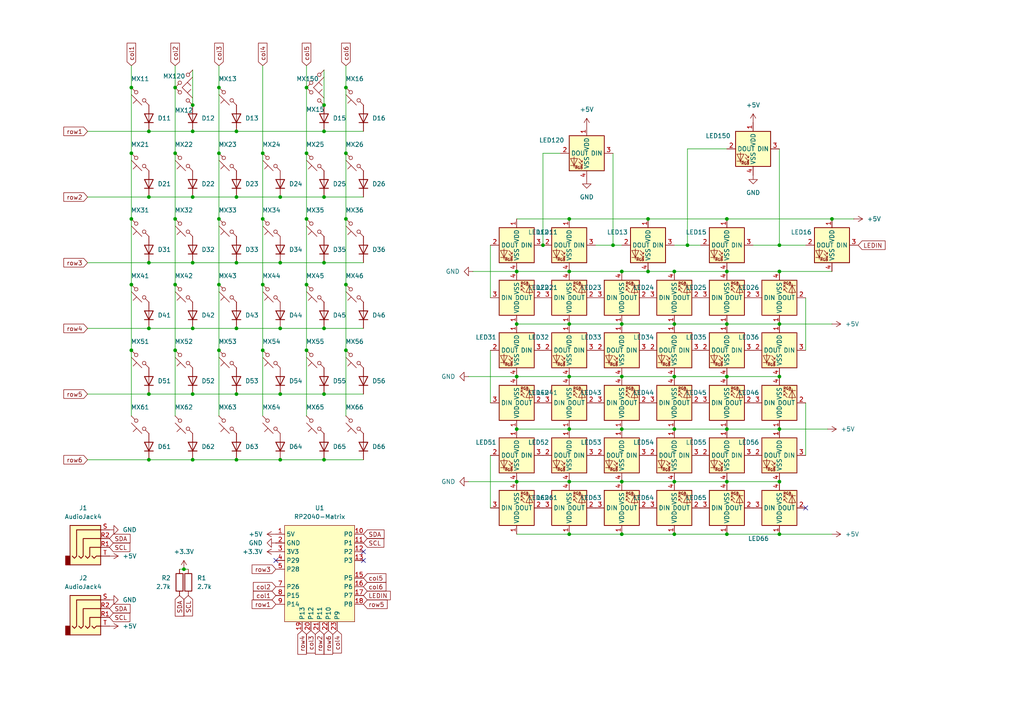
<source format=kicad_sch>
(kicad_sch (version 20231120) (generator "eeschema") (generator_version "8.0")
  (paper "A4")
  (junction (at 195.58 109.22))
  (junction (at 81.28 95.25))
  (junction (at 63.5 44.45))
  (junction (at 81.28 57.15))
  (junction (at 149.86 124.46))
  (junction (at 195.58 124.46))
  (junction (at 55.88 133.35))
  (junction (at 100.33 101.6))
  (junction (at 210.82 109.22))
  (junction (at 50.8 44.45))
  (junction (at 76.2 101.6))
  (junction (at 226.06 78.74))
  (junction (at 180.34 109.22))
  (junction (at 100.33 25.4))
  (junction (at 68.58 76.2))
  (junction (at 92.71 236.22))
  (junction (at 63.5 63.5))
  (junction (at 149.86 139.7))
  (junction (at 180.34 124.46))
  (junction (at 81.28 133.35))
  (junction (at 50.8 25.4))
  (junction (at 38.1 44.45))
  (junction (at 73.66 236.22))
  (junction (at 149.86 78.74))
  (junction (at 165.1 139.7))
  (junction (at 165.1 109.22))
  (junction (at 226.06 124.46))
  (junction (at 43.18 76.2))
  (junction (at 55.88 30.48))
  (junction (at 149.86 109.22))
  (junction (at 226.06 154.94))
  (junction (at 68.58 95.25))
  (junction (at 43.18 95.25))
  (junction (at 55.88 114.3))
  (junction (at 63.5 25.4))
  (junction (at 180.34 154.94))
  (junction (at 165.1 124.46))
  (junction (at 195.58 78.74))
  (junction (at 93.98 57.15))
  (junction (at 165.1 93.98))
  (junction (at 88.9 82.55))
  (junction (at 195.58 139.7))
  (junction (at 88.9 25.4))
  (junction (at 88.9 44.45))
  (junction (at 43.18 114.3))
  (junction (at 50.8 101.6))
  (junction (at 43.18 57.15))
  (junction (at 187.96 63.5))
  (junction (at 76.2 44.45))
  (junction (at 68.58 133.35))
  (junction (at 100.33 82.55))
  (junction (at 68.58 38.1))
  (junction (at 210.82 78.74))
  (junction (at 226.06 71.12))
  (junction (at 99.06 236.22))
  (junction (at 165.1 63.5))
  (junction (at 55.88 76.2))
  (junction (at 93.98 30.48))
  (junction (at 180.34 93.98))
  (junction (at 68.58 57.15))
  (junction (at 55.88 38.1))
  (junction (at 93.98 95.25))
  (junction (at 76.2 63.5))
  (junction (at 81.28 76.2))
  (junction (at 100.33 44.45))
  (junction (at 43.18 133.35))
  (junction (at 210.82 139.7))
  (junction (at 210.82 154.94))
  (junction (at 63.5 101.6))
  (junction (at 93.98 38.1))
  (junction (at 38.1 63.5))
  (junction (at 195.58 93.98))
  (junction (at 86.36 236.22))
  (junction (at 80.01 236.22))
  (junction (at 149.86 93.98))
  (junction (at 53.34 165.1))
  (junction (at 38.1 25.4))
  (junction (at 177.8 71.12))
  (junction (at 88.9 101.6))
  (junction (at 226.06 93.98))
  (junction (at 43.18 38.1))
  (junction (at 76.2 82.55))
  (junction (at 93.98 76.2))
  (junction (at 195.58 154.94))
  (junction (at 81.28 114.3))
  (junction (at 93.98 114.3))
  (junction (at 180.34 139.7))
  (junction (at 157.48 71.12))
  (junction (at 165.1 154.94))
  (junction (at 50.8 82.55))
  (junction (at 241.3 63.5))
  (junction (at 55.88 95.25))
  (junction (at 93.98 133.35))
  (junction (at 187.96 78.74))
  (junction (at 226.06 109.22))
  (junction (at 38.1 101.6))
  (junction (at 55.88 57.15))
  (junction (at 210.82 63.5))
  (junction (at 68.58 114.3))
  (junction (at 63.5 82.55))
  (junction (at 38.1 82.55))
  (junction (at 100.33 63.5))
  (junction (at 226.06 139.7))
  (junction (at 210.82 124.46))
  (junction (at 180.34 78.74))
  (junction (at 210.82 93.98))
  (junction (at 88.9 63.5))
  (junction (at 199.39 71.12))
  (junction (at 165.1 78.74))
  (junction (at 50.8 63.5))
  (no_connect (at 105.41 162.56))
  (no_connect (at 233.68 147.32))
  (no_connect (at 80.01 162.56))
  (no_connect (at 105.41 160.02))
  (wire (pts (xy 199.39 71.12) (xy 203.2 71.12)))
  (wire (pts (xy 210.82 93.98) (xy 226.06 93.98)))
  (wire (pts (xy 73.66 236.22) (xy 80.01 236.22)))
  (wire (pts (xy 195.58 78.74) (xy 210.82 78.74)))
  (wire (pts (xy 63.5 82.55) (xy 63.5 101.6)))
  (wire (pts (xy 50.8 82.55) (xy 50.8 101.6)))
  (wire (pts (xy 157.48 44.45) (xy 157.48 71.12)))
  (wire (pts (xy 210.82 154.94) (xy 226.06 154.94)))
  (wire (pts (xy 99.06 236.22) (xy 105.41 236.22)))
  (wire (pts (xy 195.58 71.12) (xy 199.39 71.12)))
  (wire (pts (xy 165.1 124.46) (xy 180.34 124.46)))
  (wire (pts (xy 43.18 38.1) (xy 55.88 38.1)))
  (wire (pts (xy 180.34 139.7) (xy 195.58 139.7)))
  (wire (pts (xy 210.82 78.74) (xy 226.06 78.74)))
  (wire (pts (xy 38.1 44.45) (xy 38.1 63.5)))
  (wire (pts (xy 52.07 165.1) (xy 53.34 165.1)))
  (wire (pts (xy 88.9 44.45) (xy 88.9 63.5)))
  (wire (pts (xy 88.9 82.55) (xy 88.9 101.6)))
  (wire (pts (xy 210.82 109.22) (xy 226.06 109.22)))
  (wire (pts (xy 135.89 109.22) (xy 149.86 109.22)))
  (wire (pts (xy 63.5 101.6) (xy 63.5 120.65)))
  (wire (pts (xy 38.1 82.55) (xy 38.1 101.6)))
  (wire (pts (xy 241.3 154.94) (xy 226.06 154.94)))
  (wire (pts (xy 81.28 76.2) (xy 93.98 76.2)))
  (wire (pts (xy 172.72 71.12) (xy 177.8 71.12)))
  (wire (pts (xy 135.89 139.7) (xy 149.86 139.7)))
  (wire (pts (xy 55.88 20.32) (xy 55.88 30.48)))
  (wire (pts (xy 226.06 78.74) (xy 241.3 78.74)))
  (wire (pts (xy 81.28 114.3) (xy 93.98 114.3)))
  (wire (pts (xy 177.8 71.12) (xy 180.34 71.12)))
  (wire (pts (xy 180.34 93.98) (xy 195.58 93.98)))
  (wire (pts (xy 81.28 57.15) (xy 93.98 57.15)))
  (wire (pts (xy 149.86 154.94) (xy 165.1 154.94)))
  (wire (pts (xy 25.4 76.2) (xy 43.18 76.2)))
  (wire (pts (xy 68.58 57.15) (xy 81.28 57.15)))
  (wire (pts (xy 165.1 109.22) (xy 180.34 109.22)))
  (wire (pts (xy 218.44 71.12) (xy 226.06 71.12)))
  (wire (pts (xy 195.58 109.22) (xy 210.82 109.22)))
  (wire (pts (xy 195.58 93.98) (xy 210.82 93.98)))
  (wire (pts (xy 63.5 25.4) (xy 63.5 44.45)))
  (wire (pts (xy 38.1 25.4) (xy 38.1 44.45)))
  (wire (pts (xy 88.9 25.4) (xy 88.9 44.45)))
  (wire (pts (xy 180.34 154.94) (xy 195.58 154.94)))
  (wire (pts (xy 76.2 101.6) (xy 76.2 120.65)))
  (wire (pts (xy 165.1 139.7) (xy 180.34 139.7)))
  (wire (pts (xy 210.82 124.46) (xy 226.06 124.46)))
  (wire (pts (xy 149.86 109.22) (xy 165.1 109.22)))
  (wire (pts (xy 165.1 154.94) (xy 180.34 154.94)))
  (wire (pts (xy 50.8 63.5) (xy 50.8 82.55)))
  (wire (pts (xy 80.01 236.22) (xy 86.36 236.22)))
  (wire (pts (xy 137.16 78.74) (xy 149.86 78.74)))
  (wire (pts (xy 76.2 63.5) (xy 76.2 82.55)))
  (wire (pts (xy 38.1 19.05) (xy 38.1 25.4)))
  (wire (pts (xy 93.98 76.2) (xy 105.41 76.2)))
  (wire (pts (xy 93.98 95.25) (xy 105.41 95.25)))
  (wire (pts (xy 165.1 78.74) (xy 180.34 78.74)))
  (wire (pts (xy 25.4 38.1) (xy 43.18 38.1)))
  (wire (pts (xy 63.5 19.05) (xy 63.5 25.4)))
  (wire (pts (xy 226.06 71.12) (xy 233.68 71.12)))
  (wire (pts (xy 43.18 57.15) (xy 55.88 57.15)))
  (wire (pts (xy 100.33 82.55) (xy 100.33 101.6)))
  (wire (pts (xy 76.2 44.45) (xy 76.2 63.5)))
  (wire (pts (xy 81.28 133.35) (xy 93.98 133.35)))
  (wire (pts (xy 55.88 133.35) (xy 68.58 133.35)))
  (wire (pts (xy 50.8 101.6) (xy 50.8 120.65)))
  (wire (pts (xy 88.9 63.5) (xy 88.9 82.55)))
  (wire (pts (xy 241.3 93.98) (xy 226.06 93.98)))
  (wire (pts (xy 226.06 43.18) (xy 226.06 71.12)))
  (wire (pts (xy 25.4 57.15) (xy 43.18 57.15)))
  (wire (pts (xy 149.86 78.74) (xy 165.1 78.74)))
  (wire (pts (xy 142.24 132.08) (xy 142.24 147.32)))
  (wire (pts (xy 149.86 93.98) (xy 165.1 93.98)))
  (wire (pts (xy 55.88 114.3) (xy 68.58 114.3)))
  (wire (pts (xy 199.39 43.18) (xy 199.39 71.12)))
  (wire (pts (xy 25.4 95.25) (xy 43.18 95.25)))
  (wire (pts (xy 50.8 44.45) (xy 50.8 63.5)))
  (wire (pts (xy 165.1 63.5) (xy 187.96 63.5)))
  (wire (pts (xy 180.34 124.46) (xy 195.58 124.46)))
  (wire (pts (xy 100.33 44.45) (xy 100.33 63.5)))
  (wire (pts (xy 55.88 76.2) (xy 68.58 76.2)))
  (wire (pts (xy 149.86 124.46) (xy 165.1 124.46)))
  (wire (pts (xy 63.5 63.5) (xy 63.5 82.55)))
  (wire (pts (xy 195.58 154.94) (xy 210.82 154.94)))
  (wire (pts (xy 55.88 38.1) (xy 68.58 38.1)))
  (wire (pts (xy 68.58 133.35) (xy 81.28 133.35)))
  (wire (pts (xy 195.58 139.7) (xy 210.82 139.7)))
  (wire (pts (xy 210.82 139.7) (xy 226.06 139.7)))
  (wire (pts (xy 100.33 63.5) (xy 100.33 82.55)))
  (wire (pts (xy 195.58 124.46) (xy 210.82 124.46)))
  (wire (pts (xy 76.2 19.05) (xy 76.2 44.45)))
  (wire (pts (xy 25.4 114.3) (xy 43.18 114.3)))
  (wire (pts (xy 240.03 124.46) (xy 226.06 124.46)))
  (wire (pts (xy 93.98 114.3) (xy 105.41 114.3)))
  (wire (pts (xy 210.82 63.5) (xy 241.3 63.5)))
  (wire (pts (xy 142.24 101.6) (xy 142.24 116.84)))
  (wire (pts (xy 68.58 76.2) (xy 81.28 76.2)))
  (wire (pts (xy 100.33 25.4) (xy 100.33 44.45)))
  (wire (pts (xy 86.36 236.22) (xy 92.71 236.22)))
  (wire (pts (xy 100.33 101.6) (xy 100.33 120.65)))
  (wire (pts (xy 43.18 114.3) (xy 55.88 114.3)))
  (wire (pts (xy 53.34 165.1) (xy 54.61 165.1)))
  (wire (pts (xy 55.88 95.25) (xy 68.58 95.25)))
  (wire (pts (xy 68.58 95.25) (xy 81.28 95.25)))
  (wire (pts (xy 162.56 44.45) (xy 157.48 44.45)))
  (wire (pts (xy 68.58 114.3) (xy 81.28 114.3)))
  (wire (pts (xy 93.98 133.35) (xy 105.41 133.35)))
  (wire (pts (xy 38.1 101.6) (xy 38.1 120.65)))
  (wire (pts (xy 93.98 38.1) (xy 105.41 38.1)))
  (wire (pts (xy 43.18 133.35) (xy 55.88 133.35)))
  (wire (pts (xy 142.24 71.12) (xy 142.24 86.36)))
  (wire (pts (xy 247.65 63.5) (xy 241.3 63.5)))
  (wire (pts (xy 76.2 82.55) (xy 76.2 101.6)))
  (wire (pts (xy 50.8 25.4) (xy 50.8 44.45)))
  (wire (pts (xy 68.58 38.1) (xy 93.98 38.1)))
  (wire (pts (xy 187.96 78.74) (xy 195.58 78.74)))
  (wire (pts (xy 50.8 19.05) (xy 50.8 25.4)))
  (wire (pts (xy 68.58 236.22) (xy 73.66 236.22)))
  (wire (pts (xy 149.86 63.5) (xy 165.1 63.5)))
  (wire (pts (xy 88.9 101.6) (xy 88.9 120.65)))
  (wire (pts (xy 180.34 109.22) (xy 195.58 109.22)))
  (wire (pts (xy 93.98 20.32) (xy 93.98 30.48)))
  (wire (pts (xy 38.1 63.5) (xy 38.1 82.55)))
  (wire (pts (xy 180.34 78.74) (xy 187.96 78.74)))
  (wire (pts (xy 165.1 93.98) (xy 180.34 93.98)))
  (wire (pts (xy 88.9 19.05) (xy 88.9 25.4)))
  (wire (pts (xy 149.86 139.7) (xy 165.1 139.7)))
  (wire (pts (xy 233.68 86.36) (xy 233.68 101.6)))
  (wire (pts (xy 210.82 43.18) (xy 199.39 43.18)))
  (wire (pts (xy 233.68 116.84) (xy 233.68 132.08)))
  (wire (pts (xy 92.71 236.22) (xy 99.06 236.22)))
  (wire (pts (xy 43.18 95.25) (xy 55.88 95.25)))
  (wire (pts (xy 43.18 76.2) (xy 55.88 76.2)))
  (wire (pts (xy 100.33 19.05) (xy 100.33 25.4)))
  (wire (pts (xy 63.5 44.45) (xy 63.5 63.5)))
  (wire (pts (xy 81.28 95.25) (xy 93.98 95.25)))
  (wire (pts (xy 25.4 133.35) (xy 43.18 133.35)))
  (wire (pts (xy 93.98 57.15) (xy 105.41 57.15)))
  (wire (pts (xy 55.88 57.15) (xy 68.58 57.15)))
  (wire (pts (xy 187.96 63.5) (xy 210.82 63.5)))
  (wire (pts (xy 177.8 44.45) (xy 177.8 71.12)))
  (global_label "LEDIN" (shape input) (at 105.41 172.72 0) (property "Intersheetrefs" "${INTERSHEET_REFS}" (effects (hide yes))))
  (global_label "SCL" (shape input) (at 105.41 157.48 0) (property "Intersheetrefs" "${INTERSHEET_REFS}" (effects (hide yes))))
  (global_label "row3" (shape input) (at 25.4 76.2 180) (property "Intersheetrefs" "${INTERSHEET_REFS}" (effects (hide yes))))
  (global_label "col2" (shape input) (at 80.01 170.18 180) (property "Intersheetrefs" "${INTERSHEET_REFS}" (effects (hide yes))))
  (global_label "SDA" (shape input) (at 31.75 176.53 0) (property "Intersheetrefs" "${INTERSHEET_REFS}" (effects (hide yes))))
  (global_label "row4" (shape input) (at 25.4 95.25 180) (property "Intersheetrefs" "${INTERSHEET_REFS}" (effects (hide yes))))
  (global_label "SDA" (shape input) (at 52.07 172.72 270) (property "Intersheetrefs" "${INTERSHEET_REFS}" (effects (hide yes))))
  (global_label "col2" (shape input) (at 50.8 19.05 90) (property "Intersheetrefs" "${INTERSHEET_REFS}" (effects (hide yes))))
  (global_label "LEDIN" (shape input) (at 248.92 71.12 0) (property "Intersheetrefs" "${INTERSHEET_REFS}" (effects (hide yes))))
  (global_label "col6" (shape input) (at 105.41 170.18 0) (property "Intersheetrefs" "${INTERSHEET_REFS}" (effects (hide yes))))
  (global_label "col6" (shape input) (at 100.33 19.05 90) (property "Intersheetrefs" "${INTERSHEET_REFS}" (effects (hide yes))))
  (global_label "SCL" (shape input) (at 31.75 179.07 0) (property "Intersheetrefs" "${INTERSHEET_REFS}" (effects (hide yes))))
  (global_label "col4" (shape input) (at 76.2 19.05 90) (property "Intersheetrefs" "${INTERSHEET_REFS}" (effects (hide yes))))
  (global_label "row5" (shape input) (at 25.4 114.3 180) (property "Intersheetrefs" "${INTERSHEET_REFS}" (effects (hide yes))))
  (global_label "row2" (shape input) (at 92.71 182.88 270) (property "Intersheetrefs" "${INTERSHEET_REFS}" (effects (hide yes))))
  (global_label "row6" (shape input) (at 95.25 182.88 270) (property "Intersheetrefs" "${INTERSHEET_REFS}" (effects (hide yes))))
  (global_label "row1" (shape input) (at 80.01 175.26 180) (property "Intersheetrefs" "${INTERSHEET_REFS}" (effects (hide yes))))
  (global_label "row3" (shape input) (at 80.01 165.1 180) (property "Intersheetrefs" "${INTERSHEET_REFS}" (effects (hide yes))))
  (global_label "row2" (shape input) (at 25.4 57.15 180) (property "Intersheetrefs" "${INTERSHEET_REFS}" (effects (hide yes))))
  (global_label "SCL" (shape input) (at 54.61 172.72 270) (property "Intersheetrefs" "${INTERSHEET_REFS}" (effects (hide yes))))
  (global_label "col3" (shape input) (at 90.17 182.88 270) (property "Intersheetrefs" "${INTERSHEET_REFS}" (effects (hide yes))))
  (global_label "row1" (shape input) (at 25.4 38.1 180) (property "Intersheetrefs" "${INTERSHEET_REFS}" (effects (hide yes))))
  (global_label "col3" (shape input) (at 63.5 19.05 90) (property "Intersheetrefs" "${INTERSHEET_REFS}" (effects (hide yes))))
  (global_label "col5" (shape input) (at 88.9 19.05 90) (property "Intersheetrefs" "${INTERSHEET_REFS}" (effects (hide yes))))
  (global_label "col1" (shape input) (at 80.01 172.72 180) (property "Intersheetrefs" "${INTERSHEET_REFS}" (effects (hide yes))))
  (global_label "row4" (shape input) (at 87.63 182.88 270) (property "Intersheetrefs" "${INTERSHEET_REFS}" (effects (hide yes))))
  (global_label "row6" (shape input) (at 25.4 133.35 180) (property "Intersheetrefs" "${INTERSHEET_REFS}" (effects (hide yes))))
  (global_label "SCL" (shape input) (at 31.75 158.75 0) (property "Intersheetrefs" "${INTERSHEET_REFS}" (effects (hide yes))))
  (global_label "SDA" (shape input) (at 31.75 156.21 0) (property "Intersheetrefs" "${INTERSHEET_REFS}" (effects (hide yes))))
  (global_label "col1" (shape input) (at 38.1 19.05 90) (property "Intersheetrefs" "${INTERSHEET_REFS}" (effects (hide yes))))
  (global_label "SDA" (shape input) (at 105.41 154.94 0) (property "Intersheetrefs" "${INTERSHEET_REFS}" (effects (hide yes))))
  (global_label "row5" (shape input) (at 105.41 175.26 0) (property "Intersheetrefs" "${INTERSHEET_REFS}" (effects (hide yes))))
  (global_label "col5" (shape input) (at 105.41 167.64 0) (property "Intersheetrefs" "${INTERSHEET_REFS}" (effects (hide yes))))
  (global_label "col4" (shape input) (at 97.79 182.88 270) (property "Intersheetrefs" "${INTERSHEET_REFS}" (effects (hide yes))))
  (symbol (lib_id "Device:D") (at 93.98 53.34 90) (unit 1)
    (property "Reference" "D25" (at 96.52 53.3399 90) (effects (justify right)))
    (property "Value" "D" (effects (hide yes)))
    (property "Footprint" "custom:Hybrid Diode" (effects (hide yes)))
    (property "Sim.Device" "D" (effects (hide yes)))
    (property "Sim.Pins" "1=K 2=A" (effects (hide yes)))
  )
  (symbol (lib_id "PCM_marbastlib-mx:MX_SW_HS_CPG151101S11") (at 40.64 123.19 180) (unit 1)
    (property "Reference" "MX61" (at 40.64 118.11 0))
    (property "Value" "MX_SW_HS" (effects (hide yes)))
    (property "Footprint" "customBuckwich:SW_MX_HS_CPG151101S11_1u_no-silk" (effects (hide yes)))
    (property "Description" "Push button switch, normally open, two pins, 45° tilted, Kailh CPG151101S11 for Cherry MX style switches" (effects (hide yes)))
  )
  (symbol (lib_id "PCM_marbastlib-mx:MX_SK6812MINI-E") (at 226.06 132.08 0) (mirror y) (unit 1)
    (property "Reference" "LED56" (at 217.17 128.3014 0))
    (property "Value" "MX_SK6812MINI-E" (effects (hide yes)))
    (property "Footprint" "custom:LED_MX_6028R-ROT" (effects (hide yes)))
  )
  (symbol (lib_id "power:+5V") (at 80.01 154.94 90) (unit 1)
    (property "Reference" "#PWR013" (effects (hide yes)))
    (property "Value" "+5V" (at 76.2 154.9399 90) (effects (justify left)))
    (property "Description" "Power symbol creates a global label with name \"+5V\"" (effects (hide yes)))
  )
  (symbol (lib_id "Device:D") (at 81.28 91.44 90) (unit 1)
    (property "Reference" "D44" (at 83.82 91.4399 90) (effects (justify right)))
    (property "Value" "D" (effects (hide yes)))
    (property "Footprint" "custom:Hybrid Diode" (effects (hide yes)))
    (property "Sim.Device" "D" (effects (hide yes)))
    (property "Sim.Pins" "1=K 2=A" (effects (hide yes)))
  )
  (symbol (lib_id "PCM_marbastlib-mx:MX_SW_HS_CPG151101S11") (at 66.04 66.04 180) (unit 1)
    (property "Reference" "MX33" (at 66.04 60.96 0))
    (property "Value" "MX_SW_HS" (effects (hide yes)))
    (property "Footprint" "customBuckwich:SW_MX_HS_CPG151101S11_1u_no-silk" (effects (hide yes)))
    (property "Description" "Push button switch, normally open, two pins, 45° tilted, Kailh CPG151101S11 for Cherry MX style switches" (effects (hide yes)))
  )
  (symbol (lib_id "PCM_marbastlib-mx:MX_SK6812MINI-E") (at 241.3 71.12 0) (mirror y) (unit 1)
    (property "Reference" "LED16" (at 232.41 67.3414 0))
    (property "Value" "MX_SK6812MINI-E" (effects (hide yes)))
    (property "Footprint" "custom:LED_MX_6028R-ROT" (effects (hide yes)))
  )
  (symbol (lib_id "Mechanical:MountingHole_Pad") (at 105.41 233.68 0) (unit 1)
    (property "Reference" "H6" (at 107.95 231.14 0) (effects (justify left)))
    (property "Value" "MountingHole_Pad" (at 107.95 233.68 0) (effects (justify left)))
    (property "Footprint" "MountingHole:MountingHole_2.2mm_M2_Pad_Via" (effects (hide yes)))
  )
  (symbol (lib_id "PCM_marbastlib-mx:MX_SW_HS_CPG151101S11") (at 102.87 46.99 180) (unit 1)
    (property "Reference" "MX26" (at 102.87 41.91 0))
    (property "Value" "MX_SW_HS" (effects (hide yes)))
    (property "Footprint" "customBuckwich:SW_MX_HS_CPG151101S11_1u_no-silk" (effects (hide yes)))
    (property "Description" "Push button switch, normally open, two pins, 45° tilted, Kailh CPG151101S11 for Cherry MX style switches" (effects (hide yes)))
  )
  (symbol (lib_id "power:GND") (at 137.16 78.74 270) (unit 1)
    (property "Reference" "#PWR03" (effects (hide yes)))
    (property "Value" "GND" (at 133.35 78.7399 90) (effects (justify right)))
    (property "Description" "Power symbol creates a global label with name \"GND\" , ground" (effects (hide yes)))
  )
  (symbol (lib_id "PCM_marbastlib-mx:MX_SK6812MINI-E") (at 210.82 132.08 0) (mirror y) (unit 1)
    (property "Reference" "LED55" (at 201.93 128.3014 0))
    (property "Value" "MX_SK6812MINI-E" (effects (hide yes)))
    (property "Footprint" "custom:LED_MX_6028R-ROT" (effects (hide yes)))
  )
  (symbol (lib_id "PCM_marbastlib-mx:MX_SK6812MINI-E") (at 165.1 71.12 0) (mirror y) (unit 1)
    (property "Reference" "LED12" (at 156.21 67.3414 0))
    (property "Value" "MX_SK6812MINI-E" (effects (hide yes)))
    (property "Footprint" "custom:LED_MX_6028R-ROT" (effects (hide yes)))
  )
  (symbol (lib_id "PCM_marbastlib-mx:MX_SW_HS_CPG151101S11") (at 91.44 27.94 0) (unit 1)
    (property "Reference" "MX15" (at 91.44 31.75 0))
    (property "Value" "MX_SW_HS" (effects (hide yes)))
    (property "Footprint" "customBuckwich:SW_MX_HS_CPG151101S11_1u_no-silk" (effects (hide yes)))
    (property "Description" "Push button switch, normally open, two pins, 45° tilted, Kailh CPG151101S11 for Cherry MX style switches" (effects (hide yes)))
  )
  (symbol (lib_id "PCM_marbastlib-mx:MX_SK6812MINI-E") (at 210.82 71.12 0) (mirror y) (unit 1)
    (property "Reference" "LED15" (at 201.93 67.3414 0))
    (property "Value" "MX_SK6812MINI-E" (effects (hide yes)))
    (property "Footprint" "custom:LED_MX_6028R-ROT" (effects (hide yes)))
  )
  (symbol (lib_id "PCM_marbastlib-mx:MX_SW_HS_CPG151101S11") (at 91.44 85.09 180) (unit 1)
    (property "Reference" "MX45" (at 91.44 80.01 0))
    (property "Value" "MX_SW_HS" (effects (hide yes)))
    (property "Footprint" "customBuckwich:SW_MX_HS_CPG151101S11_1u_no-silk" (effects (hide yes)))
    (property "Description" "Push button switch, normally open, two pins, 45° tilted, Kailh CPG151101S11 for Cherry MX style switches" (effects (hide yes)))
  )
  (symbol (lib_id "PCM_marbastlib-mx:MX_SK6812MINI-E") (at 170.18 44.45 0) (mirror y) (unit 1)
    (property "Reference" "LED120" (at 160.02 40.6714 0))
    (property "Value" "MX_SK6812MINI-E" (effects (hide yes)))
    (property "Footprint" "custom:LED_MX_6028R-ROT" (effects (hide yes)))
  )
  (symbol (lib_id "PCM_marbastlib-mx:MX_SW_HS_CPG151101S11") (at 78.74 46.99 180) (unit 1)
    (property "Reference" "MX24" (at 78.74 41.91 0))
    (property "Value" "MX_SW_HS" (effects (hide yes)))
    (property "Footprint" "customBuckwich:SW_MX_HS_CPG151101S11_1u_no-silk" (effects (hide yes)))
    (property "Description" "Push button switch, normally open, two pins, 45° tilted, Kailh CPG151101S11 for Cherry MX style switches" (effects (hide yes)))
  )
  (symbol (lib_id "PCM_marbastlib-mx:MX_SW_HS_CPG151101S11") (at 102.87 85.09 180) (unit 1)
    (property "Reference" "MX46" (at 102.87 80.01 0))
    (property "Value" "MX_SW_HS" (effects (hide yes)))
    (property "Footprint" "customBuckwich:SW_MX_HS_CPG151101S11_1u_no-silk" (effects (hide yes)))
    (property "Description" "Push button switch, normally open, two pins, 45° tilted, Kailh CPG151101S11 for Cherry MX style switches" (effects (hide yes)))
  )
  (symbol (lib_id "PCM_marbastlib-mx:MX_SW_HS_CPG151101S11") (at 66.04 104.14 180) (unit 1)
    (property "Reference" "MX53" (at 66.04 99.06 0))
    (property "Value" "MX_SW_HS" (effects (hide yes)))
    (property "Footprint" "customBuckwich:SW_MX_HS_CPG151101S11_1u_no-silk" (effects (hide yes)))
    (property "Description" "Push button switch, normally open, two pins, 45° tilted, Kailh CPG151101S11 for Cherry MX style switches" (effects (hide yes)))
  )
  (symbol (lib_id "PCM_marbastlib-mx:MX_SW_HS_CPG151101S11") (at 91.44 123.19 180) (unit 1)
    (property "Reference" "MX65" (at 91.44 118.11 0))
    (property "Value" "MX_SW_HS" (effects (hide yes)))
    (property "Footprint" "customBuckwich:SW_MX_HS_CPG151101S11_1u_no-silk" (effects (hide yes)))
    (property "Description" "Push button switch, normally open, two pins, 45° tilted, Kailh CPG151101S11 for Cherry MX style switches" (effects (hide yes)))
  )
  (symbol (lib_id "Device:D") (at 93.98 91.44 90) (unit 1)
    (property "Reference" "D45" (at 96.52 91.4399 90) (effects (justify right)))
    (property "Value" "D" (effects (hide yes)))
    (property "Footprint" "custom:Hybrid Diode" (effects (hide yes)))
    (property "Sim.Device" "D" (effects (hide yes)))
    (property "Sim.Pins" "1=K 2=A" (effects (hide yes)))
  )
  (symbol (lib_id "PCM_marbastlib-mx:MX_SK6812MINI-E") (at 226.06 101.6 0) (mirror y) (unit 1)
    (property "Reference" "LED36" (at 217.17 97.8214 0))
    (property "Value" "MX_SK6812MINI-E" (effects (hide yes)))
    (property "Footprint" "custom:LED_MX_6028R-ROT" (effects (hide yes)))
  )
  (symbol (lib_id "Device:D") (at 55.88 72.39 90) (unit 1)
    (property "Reference" "D32" (at 58.42 72.3899 90) (effects (justify right)))
    (property "Value" "D" (effects (hide yes)))
    (property "Footprint" "custom:Hybrid Diode" (effects (hide yes)))
    (property "Sim.Device" "D" (effects (hide yes)))
    (property "Sim.Pins" "1=K 2=A" (effects (hide yes)))
  )
  (symbol (lib_id "PCM_marbastlib-mx:MX_SW_HS_CPG151101S11") (at 102.87 27.94 180) (unit 1)
    (property "Reference" "MX16" (at 102.87 22.86 0))
    (property "Value" "MX_SW_HS" (effects (hide yes)))
    (property "Footprint" "customBuckwich:SW_MX_HS_CPG151101S11_1u_no-silk" (effects (hide yes)))
    (property "Description" "Push button switch, normally open, two pins, 45° tilted, Kailh CPG151101S11 for Cherry MX style switches" (effects (hide yes)))
  )
  (symbol (lib_id "Device:D") (at 68.58 110.49 90) (unit 1)
    (property "Reference" "D53" (at 71.12 110.4899 90) (effects (justify right)))
    (property "Value" "D" (effects (hide yes)))
    (property "Footprint" "custom:Hybrid Diode" (effects (hide yes)))
    (property "Sim.Device" "D" (effects (hide yes)))
    (property "Sim.Pins" "1=K 2=A" (effects (hide yes)))
  )
  (symbol (lib_id "Device:D") (at 43.18 72.39 90) (unit 1)
    (property "Reference" "D31" (at 45.72 72.3899 90) (effects (justify right)))
    (property "Value" "D" (effects (hide yes)))
    (property "Footprint" "custom:Hybrid Diode" (effects (hide yes)))
    (property "Sim.Device" "D" (effects (hide yes)))
    (property "Sim.Pins" "1=K 2=A" (effects (hide yes)))
  )
  (symbol (lib_id "power:GND") (at 80.01 157.48 270) (unit 1)
    (property "Reference" "#PWR012" (effects (hide yes)))
    (property "Value" "GND" (at 76.2 157.4799 90) (effects (justify right)))
    (property "Description" "Power symbol creates a global label with name \"GND\" , ground" (effects (hide yes)))
  )
  (symbol (lib_id "PCM_marbastlib-mx:MX_SK6812MINI-E") (at 180.34 101.6 0) (mirror y) (unit 1)
    (property "Reference" "LED33" (at 171.45 97.8214 0))
    (property "Value" "MX_SK6812MINI-E" (effects (hide yes)))
    (property "Footprint" "custom:LED_MX_6028R-ROT" (effects (hide yes)))
  )
  (symbol (lib_id "PCM_marbastlib-mx:MX_SK6812MINI-E") (at 226.06 86.36 0) (mirror x) (unit 1)
    (property "Reference" "LED26" (at 217.17 83.4038 0))
    (property "Value" "MX_SK6812MINI-E" (effects (hide yes)))
    (property "Footprint" "custom:LED_MX_6028R" (effects (hide yes)))
  )
  (symbol (lib_id "Device:D") (at 93.98 72.39 90) (unit 1)
    (property "Reference" "D35" (at 96.52 72.3899 90) (effects (justify right)))
    (property "Value" "D" (effects (hide yes)))
    (property "Footprint" "custom:Hybrid Diode" (effects (hide yes)))
    (property "Sim.Device" "D" (effects (hide yes)))
    (property "Sim.Pins" "1=K 2=A" (effects (hide yes)))
  )
  (symbol (lib_id "Device:D") (at 93.98 129.54 90) (unit 1)
    (property "Reference" "D65" (at 96.52 129.5399 90) (effects (justify right)))
    (property "Value" "D" (effects (hide yes)))
    (property "Footprint" "custom:Hybrid Diode" (effects (hide yes)))
    (property "Sim.Device" "D" (effects (hide yes)))
    (property "Sim.Pins" "1=K 2=A" (effects (hide yes)))
  )
  (symbol (lib_id "power:GND") (at 170.18 52.07 0) (unit 1)
    (property "Reference" "#PWR05" (effects (hide yes)))
    (property "Value" "GND" (at 170.18 57.15 0))
    (property "Description" "Power symbol creates a global label with name \"GND\" , ground" (effects (hide yes)))
  )
  (symbol (lib_id "Device:D") (at 43.18 34.29 90) (unit 1)
    (property "Reference" "D11" (at 45.72 34.2899 90) (effects (justify right)))
    (property "Value" "D" (effects (hide yes)))
    (property "Footprint" "custom:Hybrid Diode" (effects (hide yes)))
    (property "Sim.Device" "D" (effects (hide yes)))
    (property "Sim.Pins" "1=K 2=A" (effects (hide yes)))
  )
  (symbol (lib_id "Device:D") (at 81.28 129.54 90) (unit 1)
    (property "Reference" "D64" (at 83.82 129.5399 90) (effects (justify right)))
    (property "Value" "D" (effects (hide yes)))
    (property "Footprint" "custom:Hybrid Diode" (effects (hide yes)))
    (property "Sim.Device" "D" (effects (hide yes)))
    (property "Sim.Pins" "1=K 2=A" (effects (hide yes)))
  )
  (symbol (lib_id "PCM_marbastlib-mx:MX_SW_HS_CPG151101S11") (at 40.64 66.04 180) (unit 1)
    (property "Reference" "MX31" (at 40.64 60.96 0))
    (property "Value" "MX_SW_HS" (effects (hide yes)))
    (property "Footprint" "customBuckwich:SW_MX_HS_CPG151101S11_1u_no-silk" (effects (hide yes)))
    (property "Description" "Push button switch, normally open, two pins, 45° tilted, Kailh CPG151101S11 for Cherry MX style switches" (effects (hide yes)))
  )
  (symbol (lib_id "PCM_marbastlib-mx:MX_SK6812MINI-E") (at 226.06 147.32 0) (mirror x) (unit 1)
    (property "Reference" "LED66" (at 223.0435 156.21 0) (effects (justify right)))
    (property "Value" "MX_SK6812MINI-E" (effects (hide yes)))
    (property "Footprint" "custom:LED_MX_6028R" (effects (hide yes)))
  )
  (symbol (lib_id "Connector_Audio:AudioJack4") (at 26.67 176.53 0) (unit 1)
    (property "Reference" "J2" (at 24.13 167.64 0))
    (property "Value" "AudioJack4" (at 24.13 170.18 0))
    (property "Footprint" "customBuckwich:PJ320A" (effects (hide yes)))
    (property "Description" "Audio Jack, 4 Poles (TRRS)" (effects (hide yes)))
  )
  (symbol (lib_id "PCM_marbastlib-mx:MX_SK6812MINI-E") (at 165.1 116.84 0) (mirror x) (unit 1)
    (property "Reference" "LED42" (at 156.21 113.8838 0))
    (property "Value" "MX_SK6812MINI-E" (effects (hide yes)))
    (property "Footprint" "custom:LED_MX_6028R" (effects (hide yes)))
  )
  (symbol (lib_id "power:+5V") (at 53.34 165.1 0) (unit 1)
    (property "Reference" "#PWR019" (effects (hide yes)))
    (property "Value" "+3.3V" (at 53.34 160.02 0))
    (property "Description" "Power symbol creates a global label with name \"+5V\"" (effects (hide yes)))
  )
  (symbol (lib_id "PCM_marbastlib-mx:MX_SW_HS_CPG151101S11") (at 66.04 27.94 180) (unit 1)
    (property "Reference" "MX13" (at 66.04 22.86 0))
    (property "Value" "MX_SW_HS" (effects (hide yes)))
    (property "Footprint" "customBuckwich:SW_MX_HS_CPG151101S11_1u_no-silk" (effects (hide yes)))
    (property "Description" "Push button switch, normally open, two pins, 45° tilted, Kailh CPG151101S11 for Cherry MX style switches" (effects (hide yes)))
  )
  (symbol (lib_id "PCM_marbastlib-mx:MX_SW_HS_CPG151101S11") (at 91.44 46.99 180) (unit 1)
    (property "Reference" "MX25" (at 91.44 41.91 0))
    (property "Value" "MX_SW_HS" (effects (hide yes)))
    (property "Footprint" "customBuckwich:SW_MX_HS_CPG151101S11_1u_no-silk" (effects (hide yes)))
    (property "Description" "Push button switch, normally open, two pins, 45° tilted, Kailh CPG151101S11 for Cherry MX style switches" (effects (hide yes)))
  )
  (symbol (lib_id "Device:D") (at 105.41 110.49 90) (unit 1)
    (property "Reference" "D56" (at 107.95 110.4899 90) (effects (justify right)))
    (property "Value" "D" (effects (hide yes)))
    (property "Footprint" "custom:Hybrid Diode" (effects (hide yes)))
    (property "Sim.Device" "D" (effects (hide yes)))
    (property "Sim.Pins" "1=K 2=A" (effects (hide yes)))
  )
  (symbol (lib_id "PCM_marbastlib-mx:MX_SW_HS_CPG151101S11") (at 102.87 66.04 180) (unit 1)
    (property "Reference" "MX36" (at 102.87 60.96 0))
    (property "Value" "MX_SW_HS" (effects (hide yes)))
    (property "Footprint" "customBuckwich:SW_MX_HS_CPG151101S11_1u_no-silk" (effects (hide yes)))
    (property "Description" "Push button switch, normally open, two pins, 45° tilted, Kailh CPG151101S11 for Cherry MX style switches" (effects (hide yes)))
  )
  (symbol (lib_id "power:+5V") (at 247.65 63.5 270) (unit 1)
    (property "Reference" "#PWR011" (effects (hide yes)))
    (property "Value" "+5V" (at 251.46 63.4999 90) (effects (justify left)))
    (property "Description" "Power symbol creates a global label with name \"+5V\"" (effects (hide yes)))
  )
  (symbol (lib_id "PCM_marbastlib-mx:MX_SK6812MINI-E") (at 165.1 86.36 0) (mirror x) (unit 1)
    (property "Reference" "LED22" (at 156.21 83.4038 0))
    (property "Value" "MX_SK6812MINI-E" (effects (hide yes)))
    (property "Footprint" "custom:LED_MX_6028R" (effects (hide yes)))
  )
  (symbol (lib_id "PCM_marbastlib-mx:MX_SK6812MINI-E") (at 165.1 132.08 0) (mirror y) (unit 1)
    (property "Reference" "LED52" (at 156.21 128.3014 0))
    (property "Value" "MX_SK6812MINI-E" (effects (hide yes)))
    (property "Footprint" "custom:LED_MX_6028R-ROT" (effects (hide yes)))
  )
  (symbol (lib_id "PCM_marbastlib-mx:MX_SK6812MINI-E") (at 165.1 101.6 0) (mirror y) (unit 1)
    (property "Reference" "LED32" (at 156.21 97.8214 0))
    (property "Value" "MX_SK6812MINI-E" (effects (hide yes)))
    (property "Footprint" "custom:LED_MX_6028R-ROT" (effects (hide yes)))
  )
  (symbol (lib_id "PCM_marbastlib-mx:MX_SK6812MINI-E") (at 210.82 116.84 0) (mirror x) (unit 1)
    (property "Reference" "LED45" (at 201.93 113.8838 0))
    (property "Value" "MX_SK6812MINI-E" (effects (hide yes)))
    (property "Footprint" "custom:LED_MX_6028R" (effects (hide yes)))
  )
  (symbol (lib_id "PCM_marbastlib-mx:MX_SK6812MINI-E") (at 195.58 116.84 0) (mirror x) (unit 1)
    (property "Reference" "LED44" (at 186.69 113.8838 0))
    (property "Value" "MX_SK6812MINI-E" (effects (hide yes)))
    (property "Footprint" "custom:LED_MX_6028R" (effects (hide yes)))
  )
  (symbol (lib_id "PCM_marbastlib-mx:MX_SW_HS_CPG151101S11") (at 40.64 27.94 180) (unit 1)
    (property "Reference" "MX11" (at 40.64 22.86 0))
    (property "Value" "MX_SW_HS" (effects (hide yes)))
    (property "Footprint" "customBuckwich:SW_MX_HS_CPG151101S11_1u_no-silk" (effects (hide yes)))
    (property "Description" "Push button switch, normally open, two pins, 45° tilted, Kailh CPG151101S11 for Cherry MX style switches" (effects (hide yes)))
  )
  (symbol (lib_id "PCM_marbastlib-mx:MX_SW_HS_CPG151101S11") (at 40.64 46.99 180) (unit 1)
    (property "Reference" "MX21" (at 40.64 41.91 0))
    (property "Value" "MX_SW_HS" (effects (hide yes)))
    (property "Footprint" "customBuckwich:SW_MX_HS_CPG151101S11_1u_no-silk" (effects (hide yes)))
    (property "Description" "Push button switch, normally open, two pins, 45° tilted, Kailh CPG151101S11 for Cherry MX style switches" (effects (hide yes)))
  )
  (symbol (lib_id "PCM_marbastlib-mx:MX_SK6812MINI-E") (at 195.58 147.32 0) (mirror x) (unit 1)
    (property "Reference" "LED64" (at 186.69 144.3638 0))
    (property "Value" "MX_SK6812MINI-E" (effects (hide yes)))
    (property "Footprint" "custom:LED_MX_6028R" (effects (hide yes)))
  )
  (symbol (lib_id "power:GND") (at 218.44 50.8 0) (unit 1)
    (property "Reference" "#PWR07" (effects (hide yes)))
    (property "Value" "GND" (at 218.44 55.88 0))
    (property "Description" "Power symbol creates a global label with name \"GND\" , ground" (effects (hide yes)))
  )
  (symbol (lib_id "power:GND") (at 135.89 109.22 270) (unit 1)
    (property "Reference" "#PWR01" (effects (hide yes)))
    (property "Value" "GND" (at 132.08 109.2199 90) (effects (justify right)))
    (property "Description" "Power symbol creates a global label with name \"GND\" , ground" (effects (hide yes)))
  )
  (symbol (lib_id "PCM_marbastlib-mx:MX_SW_HS_CPG151101S11") (at 102.87 123.19 180) (unit 1)
    (property "Reference" "MX66" (at 102.87 118.11 0))
    (property "Value" "MX_SW_HS" (effects (hide yes)))
    (property "Footprint" "customBuckwich:SW_MX_HS_CPG151101S11_1u_no-silk" (effects (hide yes)))
    (property "Description" "Push button switch, normally open, two pins, 45° tilted, Kailh CPG151101S11 for Cherry MX style switches" (effects (hide yes)))
  )
  (symbol (lib_id "PCM_marbastlib-mx:MX_SK6812MINI-E") (at 210.82 147.32 0) (mirror x) (unit 1)
    (property "Reference" "LED65" (at 201.93 144.3638 0))
    (property "Value" "MX_SK6812MINI-E" (effects (hide yes)))
    (property "Footprint" "custom:LED_MX_6028R" (effects (hide yes)))
  )
  (symbol (lib_id "PCM_marbastlib-mx:MX_SW_HS_CPG151101S11") (at 78.74 104.14 180) (unit 1)
    (property "Reference" "MX54" (at 78.74 99.06 0))
    (property "Value" "MX_SW_HS" (effects (hide yes)))
    (property "Footprint" "customBuckwich:SW_MX_HS_CPG151101S11_1u_no-silk" (effects (hide yes)))
    (property "Description" "Push button switch, normally open, two pins, 45° tilted, Kailh CPG151101S11 for Cherry MX style switches" (effects (hide yes)))
  )
  (symbol (lib_id "Device:D") (at 105.41 72.39 90) (unit 1)
    (property "Reference" "D36" (at 107.95 72.3899 90) (effects (justify right)))
    (property "Value" "D" (effects (hide yes)))
    (property "Footprint" "custom:Hybrid Diode" (effects (hide yes)))
    (property "Sim.Device" "D" (effects (hide yes)))
    (property "Sim.Pins" "1=K 2=A" (effects (hide yes)))
  )
  (symbol (lib_id "power:GND") (at 31.75 173.99 90) (unit 1)
    (property "Reference" "#PWR016" (effects (hide yes)))
    (property "Value" "GND" (at 35.56 173.9899 90) (effects (justify right)))
    (property "Description" "Power symbol creates a global label with name \"GND\" , ground" (effects (hide yes)))
  )
  (symbol (lib_id "Device:D") (at 81.28 72.39 90) (unit 1)
    (property "Reference" "D34" (at 83.82 72.3899 90) (effects (justify right)))
    (property "Value" "D" (effects (hide yes)))
    (property "Footprint" "custom:Hybrid Diode" (effects (hide yes)))
    (property "Sim.Device" "D" (effects (hide yes)))
    (property "Sim.Pins" "1=K 2=A" (effects (hide yes)))
  )
  (symbol (lib_id "Device:D") (at 55.88 110.49 90) (unit 1)
    (property "Reference" "D52" (at 58.42 110.4899 90) (effects (justify right)))
    (property "Value" "D" (effects (hide yes)))
    (property "Footprint" "custom:Hybrid Diode" (effects (hide yes)))
    (property "Sim.Device" "D" (effects (hide yes)))
    (property "Sim.Pins" "1=K 2=A" (effects (hide yes)))
  )
  (symbol (lib_id "PCM_marbastlib-mx:MX_SK6812MINI-E") (at 210.82 101.6 0) (mirror y) (unit 1)
    (property "Reference" "LED35" (at 201.93 97.8214 0))
    (property "Value" "MX_SK6812MINI-E" (effects (hide yes)))
    (property "Footprint" "custom:LED_MX_6028R-ROT" (effects (hide yes)))
  )
  (symbol (lib_id "PCM_marbastlib-mx:MX_SW_HS_CPG151101S11") (at 40.64 85.09 180) (unit 1)
    (property "Reference" "MX41" (at 40.64 80.01 0))
    (property "Value" "MX_SW_HS" (effects (hide yes)))
    (property "Footprint" "customBuckwich:SW_MX_HS_CPG151101S11_1u_no-silk" (effects (hide yes)))
    (property "Description" "Push button switch, normally open, two pins, 45° tilted, Kailh CPG151101S11 for Cherry MX style switches" (effects (hide yes)))
  )
  (symbol (lib_id "PCM_marbastlib-mx:MX_SK6812MINI-E") (at 180.34 116.84 0) (mirror x) (unit 1)
    (property "Reference" "LED43" (at 171.45 113.8838 0))
    (property "Value" "MX_SK6812MINI-E" (effects (hide yes)))
    (property "Footprint" "custom:LED_MX_6028R" (effects (hide yes)))
  )
  (symbol (lib_id "Device:D") (at 105.41 34.29 90) (unit 1)
    (property "Reference" "D16" (at 107.95 34.2899 90) (effects (justify right)))
    (property "Value" "D" (effects (hide yes)))
    (property "Footprint" "custom:Hybrid Diode" (effects (hide yes)))
    (property "Sim.Device" "D" (effects (hide yes)))
    (property "Sim.Pins" "1=K 2=A" (effects (hide yes)))
  )
  (symbol (lib_id "power:+5V") (at 31.75 181.61 270) (unit 1)
    (property "Reference" "#PWR015" (effects (hide yes)))
    (property "Value" "+5V" (at 35.56 181.6099 90) (effects (justify left)))
    (property "Description" "Power symbol creates a global label with name \"+5V\"" (effects (hide yes)))
  )
  (symbol (lib_id "PCM_marbastlib-mx:MX_SW_HS_CPG151101S11") (at 66.04 46.99 180) (unit 1)
    (property "Reference" "MX23" (at 66.04 41.91 0))
    (property "Value" "MX_SW_HS" (effects (hide yes)))
    (property "Footprint" "customBuckwich:SW_MX_HS_CPG151101S11_1u_no-silk" (effects (hide yes)))
    (property "Description" "Push button switch, normally open, two pins, 45° tilted, Kailh CPG151101S11 for Cherry MX style switches" (effects (hide yes)))
  )
  (symbol (lib_id "PCM_marbastlib-mx:MX_SK6812MINI-E") (at 149.86 101.6 0) (mirror y) (unit 1)
    (property "Reference" "LED31" (at 140.97 97.8214 0))
    (property "Value" "MX_SK6812MINI-E" (effects (hide yes)))
    (property "Footprint" "custom:LED_MX_6028R-ROT" (effects (hide yes)))
  )
  (symbol (lib_id "power:+5V") (at 170.18 36.83 0) (unit 1)
    (property "Reference" "#PWR04" (effects (hide yes)))
    (property "Value" "+5V" (at 170.18 31.75 0))
    (property "Description" "Power symbol creates a global label with name \"+5V\"" (effects (hide yes)))
  )
  (symbol (lib_id "Device:D") (at 55.88 34.29 90) (unit 1)
    (property "Reference" "D12" (at 58.42 34.2899 90) (effects (justify right)))
    (property "Value" "D" (effects (hide yes)))
    (property "Footprint" "custom:Hybrid Diode" (effects (hide yes)))
    (property "Sim.Device" "D" (effects (hide yes)))
    (property "Sim.Pins" "1=K 2=A" (effects (hide yes)))
  )
  (symbol (lib_id "PCM_marbastlib-mx:MX_SW_HS_CPG151101S11") (at 53.34 46.99 180) (unit 1)
    (property "Reference" "MX22" (at 53.34 41.91 0))
    (property "Value" "MX_SW_HS" (effects (hide yes)))
    (property "Footprint" "customBuckwich:SW_MX_HS_CPG151101S11_1u_no-silk" (effects (hide yes)))
    (property "Description" "Push button switch, normally open, two pins, 45° tilted, Kailh CPG151101S11 for Cherry MX style switches" (effects (hide yes)))
  )
  (symbol (lib_id "PCM_marbastlib-mx:MX_SK6812MINI-E") (at 226.06 116.84 0) (mirror x) (unit 1)
    (property "Reference" "LED46" (at 217.17 113.8838 0))
    (property "Value" "MX_SK6812MINI-E" (effects (hide yes)))
    (property "Footprint" "custom:LED_MX_6028R" (effects (hide yes)))
  )
  (symbol (lib_id "Device:R") (at 54.61 168.91 0) (unit 1)
    (property "Reference" "R1" (at 57.15 167.6399 0) (effects (justify left)))
    (property "Value" "2.7k" (at 57.15 170.1799 0) (effects (justify left)))
    (property "Footprint" "Resistor_SMD:R_1206_3216Metric_Pad1.30x1.75mm_HandSolder" (effects (hide yes)))
    (property "Description" "Resistor" (effects (hide yes)))
  )
  (symbol (lib_id "power:GND") (at 68.58 236.22 270) (unit 1)
    (property "Reference" "#PWR020" (effects (hide yes)))
    (property "Value" "GND" (at 64.77 236.22 90) (effects (justify right)))
  )
  (symbol (lib_id "PCM_marbastlib-mx:MX_SK6812MINI-E") (at 165.1 147.32 0) (mirror x) (unit 1)
    (property "Reference" "LED62" (at 156.21 144.3638 0))
    (property "Value" "MX_SK6812MINI-E" (effects (hide yes)))
    (property "Footprint" "custom:LED_MX_6028R" (effects (hide yes)))
  )
  (symbol (lib_id "Device:D") (at 93.98 34.29 90) (unit 1)
    (property "Reference" "D15" (at 96.52 34.2899 90) (effects (justify right)))
    (property "Value" "D" (effects (hide yes)))
    (property "Footprint" "custom:Hybrid Diode" (effects (hide yes)))
    (property "Sim.Device" "D" (effects (hide yes)))
    (property "Sim.Pins" "1=K 2=A" (effects (hide yes)))
  )
  (symbol (lib_id "PCM_marbastlib-mx:MX_SK6812MINI-E") (at 195.58 86.36 0) (mirror x) (unit 1)
    (property "Reference" "LED24" (at 186.69 83.4038 0))
    (property "Value" "MX_SK6812MINI-E" (effects (hide yes)))
    (property "Footprint" "custom:LED_MX_6028R" (effects (hide yes)))
  )
  (symbol (lib_id "PCM_marbastlib-mx:MX_SK6812MINI-E") (at 149.86 86.36 0) (mirror x) (unit 1)
    (property "Reference" "LED21" (at 158.75 83.4038 0))
    (property "Value" "MX_SK6812MINI-E" (effects (hide yes)))
    (property "Footprint" "custom:LED_MX_6028R" (effects (hide yes)))
  )
  (symbol (lib_id "PCM_marbastlib-mx:MX_SK6812MINI-E") (at 149.86 116.84 0) (mirror x) (unit 1)
    (property "Reference" "LED41" (at 158.75 113.8838 0))
    (property "Value" "MX_SK6812MINI-E" (effects (hide yes)))
    (property "Footprint" "custom:LED_MX_6028R" (effects (hide yes)))
  )
  (symbol (lib_id "Device:D") (at 81.28 110.49 90) (unit 1)
    (property "Reference" "D54" (at 83.82 110.4899 90) (effects (justify right)))
    (property "Value" "D" (effects (hide yes)))
    (property "Footprint" "custom:Hybrid Diode" (effects (hide yes)))
    (property "Sim.Device" "D" (effects (hide yes)))
    (property "Sim.Pins" "1=K 2=A" (effects (hide yes)))
  )
  (symbol (lib_id "PCM_marbastlib-mx:MX_SK6812MINI-E") (at 149.86 147.32 0) (mirror x) (unit 1)
    (property "Reference" "LED61" (at 158.75 144.3638 0))
    (property "Value" "MX_SK6812MINI-E" (effects (hide yes)))
    (property "Footprint" "custom:LED_MX_6028R" (effects (hide yes)))
  )
  (symbol (lib_id "Device:D") (at 68.58 34.29 90) (unit 1)
    (property "Reference" "D13" (at 71.12 34.2899 90) (effects (justify right)))
    (property "Value" "D" (effects (hide yes)))
    (property "Footprint" "custom:Hybrid Diode" (effects (hide yes)))
    (property "Sim.Device" "D" (effects (hide yes)))
    (property "Sim.Pins" "1=K 2=A" (effects (hide yes)))
  )
  (symbol (lib_id "Device:D") (at 68.58 91.44 90) (unit 1)
    (property "Reference" "D43" (at 71.12 91.4399 90) (effects (justify right)))
    (property "Value" "D" (effects (hide yes)))
    (property "Footprint" "custom:Hybrid Diode" (effects (hide yes)))
    (property "Sim.Device" "D" (effects (hide yes)))
    (property "Sim.Pins" "1=K 2=A" (effects (hide yes)))
  )
  (symbol (lib_id "power:GND") (at 31.75 153.67 90) (unit 1)
    (property "Reference" "#PWR017" (effects (hide yes)))
    (property "Value" "GND" (at 35.56 153.6699 90) (effects (justify right)))
    (property "Description" "Power symbol creates a global label with name \"GND\" , ground" (effects (hide yes)))
  )
  (symbol (lib_id "PCM_marbastlib-mx:MX_SW_HS_CPG151101S11") (at 66.04 123.19 180) (unit 1)
    (property "Reference" "MX63" (at 66.04 118.11 0))
    (property "Value" "MX_SW_HS" (effects (hide yes)))
    (property "Footprint" "customBuckwich:SW_MX_HS_CPG151101S11_1u_no-silk" (effects (hide yes)))
    (property "Description" "Push button switch, normally open, two pins, 45° tilted, Kailh CPG151101S11 for Cherry MX style switches" (effects (hide yes)))
  )
  (symbol (lib_id "PCM_marbastlib-mx:MX_SW_HS_CPG151101S11") (at 78.74 66.04 180) (unit 1)
    (property "Reference" "MX34" (at 78.74 60.96 0))
    (property "Value" "MX_SW_HS" (effects (hide yes)))
    (property "Footprint" "customBuckwich:SW_MX_HS_CPG151101S11_1u_no-silk" (effects (hide yes)))
    (property "Description" "Push button switch, normally open, two pins, 45° tilted, Kailh CPG151101S11 for Cherry MX style switches" (effects (hide yes)))
  )
  (symbol (lib_id "PCM_marbastlib-promicroish:RP2040-Matrix") (at 92.71 168.91 0) (unit 1) (in_bom no)
    (property "Reference" "U1" (at 92.71 147.32 0))
    (property "Value" "RP2040-Matrix" (at 92.71 149.86 0))
    (property "Footprint" "PCM_marbastlib-xp-promicroish:RP2040-Matrix_AH" (effects (hide yes)))
    (property "Datasheet" "https://www.waveshare.com/rp2040-matrix.htm" (effects (hide yes)))
    (property "Description" "Symbol for a Waveshare RP2040-Matrix" (effects (hide yes)))
  )
  (symbol (lib_id "Device:D") (at 43.18 110.49 90) (unit 1)
    (property "Reference" "D51" (at 45.72 110.4899 90) (effects (justify right)))
    (property "Value" "D" (effects (hide yes)))
    (property "Footprint" "custom:Hybrid Diode" (effects (hide yes)))
    (property "Sim.Device" "D" (effects (hide yes)))
    (property "Sim.Pins" "1=K 2=A" (effects (hide yes)))
  )
  (symbol (lib_id "power:+5V") (at 218.44 35.56 0) (unit 1)
    (property "Reference" "#PWR06" (effects (hide yes)))
    (property "Value" "+5V" (at 218.44 30.48 0))
    (property "Description" "Power symbol creates a global label with name \"+5V\"" (effects (hide yes)))
  )
  (symbol (lib_id "PCM_marbastlib-mx:MX_SK6812MINI-E") (at 180.34 86.36 0) (mirror x) (unit 1)
    (property "Reference" "LED23" (at 171.45 83.4038 0))
    (property "Value" "MX_SK6812MINI-E" (effects (hide yes)))
    (property "Footprint" "custom:LED_MX_6028R" (effects (hide yes)))
  )
  (symbol (lib_id "Device:D") (at 105.41 129.54 90) (unit 1)
    (property "Reference" "D66" (at 107.95 129.5399 90) (effects (justify right)))
    (property "Value" "D" (effects (hide yes)))
    (property "Footprint" "custom:Hybrid Diode" (effects (hide yes)))
    (property "Sim.Device" "D" (effects (hide yes)))
    (property "Sim.Pins" "1=K 2=A" (effects (hide yes)))
  )
  (symbol (lib_id "Mechanical:MountingHole_Pad") (at 73.66 233.68 0) (unit 1)
    (property "Reference" "H1" (at 76.2 231.14 0) (effects (justify left)))
    (property "Value" "MountingHole_Pad" (at 76.2 233.68 0) (effects (justify left)))
    (property "Footprint" "MountingHole:MountingHole_2.2mm_M2_Pad_Via" (effects (hide yes)))
  )
  (symbol (lib_id "PCM_marbastlib-mx:MX_SK6812MINI-E") (at 149.86 71.12 0) (mirror y) (unit 1)
    (property "Reference" "LED11" (at 158.75 67.3414 0))
    (property "Value" "MX_SK6812MINI-E" (effects (hide yes)))
    (property "Footprint" "custom:LED_MX_6028R-ROT" (effects (hide yes)))
  )
  (symbol (lib_id "PCM_marbastlib-mx:MX_SW_HS_CPG151101S11") (at 91.44 22.86 270) (unit 1)
    (property "Reference" "MX150" (at 92.456 22.86 90) (effects (justify right)))
    (property "Value" "MX_SW_HS" (effects (hide yes)))
    (property "Footprint" "customBuckwich:SW_MX_HS_CPG151101S11_1u_no-silk" (effects (hide yes)))
    (property "Description" "Push button switch, normally open, two pins, 45° tilted, Kailh CPG151101S11 for Cherry MX style switches" (effects (hide yes)))
  )
  (symbol (lib_id "PCM_marbastlib-mx:MX_SW_HS_CPG151101S11") (at 40.64 104.14 180) (unit 1)
    (property "Reference" "MX51" (at 40.64 99.06 0))
    (property "Value" "MX_SW_HS" (effects (hide yes)))
    (property "Footprint" "customBuckwich:SW_MX_HS_CPG151101S11_1u_no-silk" (effects (hide yes)))
    (property "Description" "Push button switch, normally open, two pins, 45° tilted, Kailh CPG151101S11 for Cherry MX style switches" (effects (hide yes)))
  )
  (symbol (lib_id "Device:D") (at 68.58 129.54 90) (unit 1)
    (property "Reference" "D63" (at 71.12 129.5399 90) (effects (justify right)))
    (property "Value" "D" (effects (hide yes)))
    (property "Footprint" "custom:Hybrid Diode" (effects (hide yes)))
    (property "Sim.Device" "D" (effects (hide yes)))
    (property "Sim.Pins" "1=K 2=A" (effects (hide yes)))
  )
  (symbol (lib_id "PCM_marbastlib-mx:MX_SW_HS_CPG151101S11") (at 91.44 104.14 180) (unit 1)
    (property "Reference" "MX55" (at 91.44 99.06 0))
    (property "Value" "MX_SW_HS" (effects (hide yes)))
    (property "Footprint" "customBuckwich:SW_MX_HS_CPG151101S11_1u_no-silk" (effects (hide yes)))
    (property "Description" "Push button switch, normally open, two pins, 45° tilted, Kailh CPG151101S11 for Cherry MX style switches" (effects (hide yes)))
  )
  (symbol (lib_id "PCM_marbastlib-mx:MX_SW_HS_CPG151101S11") (at 78.74 85.09 180) (unit 1)
    (property "Reference" "MX44" (at 78.74 80.01 0))
    (property "Value" "MX_SW_HS" (effects (hide yes)))
    (property "Footprint" "customBuckwich:SW_MX_HS_CPG151101S11_1u_no-silk" (effects (hide yes)))
    (property "Description" "Push button switch, normally open, two pins, 45° tilted, Kailh CPG151101S11 for Cherry MX style switches" (effects (hide yes)))
  )
  (symbol (lib_id "PCM_marbastlib-mx:MX_SK6812MINI-E") (at 180.34 147.32 0) (mirror x) (unit 1)
    (property "Reference" "LED63" (at 171.45 144.3638 0))
    (property "Value" "MX_SK6812MINI-E" (effects (hide yes)))
    (property "Footprint" "custom:LED_MX_6028R" (effects (hide yes)))
  )
  (symbol (lib_id "Device:D") (at 55.88 91.44 90) (unit 1)
    (property "Reference" "D42" (at 58.42 91.4399 90) (effects (justify right)))
    (property "Value" "D" (effects (hide yes)))
    (property "Footprint" "custom:Hybrid Diode" (effects (hide yes)))
    (property "Sim.Device" "D" (effects (hide yes)))
    (property "Sim.Pins" "1=K 2=A" (effects (hide yes)))
  )
  (symbol (lib_id "Device:D") (at 68.58 72.39 90) (unit 1)
    (property "Reference" "D33" (at 71.12 72.3899 90) (effects (justify right)))
    (property "Value" "D" (effects (hide yes)))
    (property "Footprint" "custom:Hybrid Diode" (effects (hide yes)))
    (property "Sim.Device" "D" (effects (hide yes)))
    (property "Sim.Pins" "1=K 2=A" (effects (hide yes)))
  )
  (symbol (lib_id "Mechanical:MountingHole_Pad") (at 80.01 233.68 0) (unit 1)
    (property "Reference" "H2" (at 82.55 231.14 0) (effects (justify left)))
    (property "Value" "MountingHole_Pad" (at 82.55 233.68 0) (effects (justify left)))
    (property "Footprint" "MountingHole:MountingHole_2.2mm_M2_Pad_Via" (effects (hide yes)))
  )
  (symbol (lib_id "Device:D") (at 43.18 129.54 90) (unit 1)
    (property "Reference" "D61" (at 45.72 129.5399 90) (effects (justify right)))
    (property "Value" "D" (effects (hide yes)))
    (property "Footprint" "custom:Hybrid Diode" (effects (hide yes)))
    (property "Sim.Device" "D" (effects (hide yes)))
    (property "Sim.Pins" "1=K 2=A" (effects (hide yes)))
  )
  (symbol (lib_id "Mechanical:MountingHole_Pad") (at 92.71 233.68 0) (unit 1)
    (property "Reference" "H4" (at 95.25 231.14 0) (effects (justify left)))
    (property "Value" "MountingHole_Pad" (at 95.25 233.68 0) (effects (justify left)))
    (property "Footprint" "MountingHole:MountingHole_2.2mm_M2_Pad_Via" (effects (hide yes)))
  )
  (symbol (lib_id "PCM_marbastlib-mx:MX_SK6812MINI-E") (at 195.58 132.08 0) (mirror y) (unit 1)
    (property "Reference" "LED54" (at 186.69 128.3014 0))
    (property "Value" "MX_SK6812MINI-E" (effects (hide yes)))
    (property "Footprint" "custom:LED_MX_6028R-ROT" (effects (hide yes)))
  )
  (symbol (lib_id "PCM_marbastlib-mx:MX_SW_HS_CPG151101S11") (at 53.34 85.09 180) (unit 1)
    (property "Reference" "MX42" (at 53.34 80.01 0))
    (property "Value" "MX_SW_HS" (effects (hide yes)))
    (property "Footprint" "customBuckwich:SW_MX_HS_CPG151101S11_1u_no-silk" (effects (hide yes)))
    (property "Description" "Push button switch, normally open, two pins, 45° tilted, Kailh CPG151101S11 for Cherry MX style switches" (effects (hide yes)))
  )
  (symbol (lib_id "PCM_marbastlib-mx:MX_SW_HS_CPG151101S11") (at 53.34 22.86 270) (unit 1)
    (property "Reference" "MX120" (at 47.244 22.098 90) (effects (justify left)))
    (property "Value" "MX_SW_HS" (effects (hide yes)))
    (property "Footprint" "customBuckwich:SW_MX_HS_CPG151101S11_1u_no-silk" (effects (hide yes)))
    (property "Description" "Push button switch, normally open, two pins, 45° tilted, Kailh CPG151101S11 for Cherry MX style switches" (effects (hide yes)))
  )
  (symbol (lib_id "Device:D") (at 93.98 110.49 90) (unit 1)
    (property "Reference" "D55" (at 96.52 110.4899 90) (effects (justify right)))
    (property "Value" "D" (effects (hide yes)))
    (property "Footprint" "custom:Hybrid Diode" (effects (hide yes)))
    (property "Sim.Device" "D" (effects (hide yes)))
    (property "Sim.Pins" "1=K 2=A" (effects (hide yes)))
  )
  (symbol (lib_id "power:+5V") (at 241.3 154.94 270) (unit 1)
    (property "Reference" "#PWR010" (effects (hide yes)))
    (property "Value" "+5V" (at 245.11 154.9399 90) (effects (justify left)))
    (property "Description" "Power symbol creates a global label with name \"+5V\"" (effects (hide yes)))
  )
  (symbol (lib_id "PCM_marbastlib-mx:MX_SW_HS_CPG151101S11") (at 78.74 123.19 180) (unit 1)
    (property "Reference" "MX64" (at 78.74 118.11 0))
    (property "Value" "MX_SW_HS" (effects (hide yes)))
    (property "Footprint" "customBuckwich:SW_MX_HS_CPG151101S11_1u_no-silk" (effects (hide yes)))
    (property "Description" "Push button switch, normally open, two pins, 45° tilted, Kailh CPG151101S11 for Cherry MX style switches" (effects (hide yes)))
  )
  (symbol (lib_id "PCM_marbastlib-mx:MX_SW_HS_CPG151101S11") (at 66.04 85.09 180) (unit 1)
    (property "Reference" "MX43" (at 66.04 80.01 0))
    (property "Value" "MX_SW_HS" (effects (hide yes)))
    (property "Footprint" "customBuckwich:SW_MX_HS_CPG151101S11_1u_no-silk" (effects (hide yes)))
    (property "Description" "Push button switch, normally open, two pins, 45° tilted, Kailh CPG151101S11 for Cherry MX style switches" (effects (hide yes)))
  )
  (symbol (lib_id "Device:D") (at 68.58 53.34 90) (unit 1)
    (property "Reference" "D23" (at 71.12 53.3399 90) (effects (justify right)))
    (property "Value" "D" (effects (hide yes)))
    (property "Footprint" "custom:Hybrid Diode" (effects (hide yes)))
    (property "Sim.Device" "D" (effects (hide yes)))
    (property "Sim.Pins" "1=K 2=A" (effects (hide yes)))
  )
  (symbol (lib_id "PCM_marbastlib-mx:MX_SW_HS_CPG151101S11") (at 53.34 123.19 180) (unit 1)
    (property "Reference" "MX62" (at 53.34 118.11 0))
    (property "Value" "MX_SW_HS" (effects (hide yes)))
    (property "Footprint" "customBuckwich:SW_MX_HS_CPG151101S11_1u_no-silk" (effects (hide yes)))
    (property "Description" "Push button switch, normally open, two pins, 45° tilted, Kailh CPG151101S11 for Cherry MX style switches" (effects (hide yes)))
  )
  (symbol (lib_id "Device:D") (at 43.18 53.34 90) (unit 1)
    (property "Reference" "D21" (at 45.72 53.3399 90) (effects (justify right)))
    (property "Value" "D" (effects (hide yes)))
    (property "Footprint" "custom:Hybrid Diode" (effects (hide yes)))
    (property "Sim.Device" "D" (effects (hide yes)))
    (property "Sim.Pins" "1=K 2=A" (effects (hide yes)))
  )
  (symbol (lib_id "PCM_marbastlib-mx:MX_SW_HS_CPG151101S11") (at 53.34 27.94 0) (unit 1)
    (property "Reference" "MX12" (at 53.34 32.004 0))
    (property "Value" "MX_SW_HS" (effects (hide yes)))
    (property "Footprint" "customBuckwich:SW_MX_HS_CPG151101S11_1u_no-silk" (effects (hide yes)))
    (property "Description" "Push button switch, normally open, two pins, 45° tilted, Kailh CPG151101S11 for Cherry MX style switches" (effects (hide yes)))
  )
  (symbol (lib_id "PCM_marbastlib-mx:MX_SK6812MINI-E") (at 195.58 101.6 0) (mirror y) (unit 1)
    (property "Reference" "LED34" (at 186.69 97.8214 0))
    (property "Value" "MX_SK6812MINI-E" (effects (hide yes)))
    (property "Footprint" "custom:LED_MX_6028R-ROT" (effects (hide yes)))
  )
  (symbol (lib_id "Device:D") (at 105.41 91.44 90) (unit 1)
    (property "Reference" "D46" (at 107.95 91.4399 90) (effects (justify right)))
    (property "Value" "D" (effects (hide yes)))
    (property "Footprint" "custom:Hybrid Diode" (effects (hide yes)))
    (property "Sim.Device" "D" (effects (hide yes)))
    (property "Sim.Pins" "1=K 2=A" (effects (hide yes)))
  )
  (symbol (lib_id "PCM_marbastlib-mx:MX_SW_HS_CPG151101S11") (at 53.34 66.04 180) (unit 1)
    (property "Reference" "MX32" (at 53.34 60.96 0))
    (property "Value" "MX_SW_HS" (effects (hide yes)))
    (property "Footprint" "customBuckwich:SW_MX_HS_CPG151101S11_1u_no-silk" (effects (hide yes)))
    (property "Description" "Push button switch, normally open, two pins, 45° tilted, Kailh CPG151101S11 for Cherry MX style switches" (effects (hide yes)))
  )
  (symbol (lib_id "PCM_marbastlib-mx:MX_SK6812MINI-E") (at 149.86 132.08 0) (mirror y) (unit 1)
    (property "Reference" "LED51" (at 140.97 128.3014 0))
    (property "Value" "MX_SK6812MINI-E" (effects (hide yes)))
    (property "Footprint" "custom:LED_MX_6028R-ROT" (effects (hide yes)))
  )
  (symbol (lib_id "power:+5V") (at 31.75 161.29 270) (unit 1)
    (property "Reference" "#PWR014" (effects (hide yes)))
    (property "Value" "+5V" (at 35.56 161.2899 90) (effects (justify left)))
    (property "Description" "Power symbol creates a global label with name \"+5V\"" (effects (hide yes)))
  )
  (symbol (lib_id "PCM_marbastlib-mx:MX_SK6812MINI-E") (at 180.34 132.08 0) (mirror y) (unit 1)
    (property "Reference" "LED53" (at 171.45 128.3014 0))
    (property "Value" "MX_SK6812MINI-E" (effects (hide yes)))
    (property "Footprint" "custom:LED_MX_6028R-ROT" (effects (hide yes)))
  )
  (symbol (lib_id "power:+5V") (at 240.03 124.46 270) (unit 1)
    (property "Reference" "#PWR08" (effects (hide yes)))
    (property "Value" "+5V" (at 243.84 124.4599 90) (effects (justify left)))
    (property "Description" "Power symbol creates a global label with name \"+5V\"" (effects (hide yes)))
  )
  (symbol (lib_id "PCM_marbastlib-mx:MX_SW_HS_CPG151101S11") (at 53.34 104.14 180) (unit 1)
    (property "Reference" "MX52" (at 53.34 99.06 0))
    (property "Value" "MX_SW_HS" (effects (hide yes)))
    (property "Footprint" "customBuckwich:SW_MX_HS_CPG151101S11_1u_no-silk" (effects (hide yes)))
    (property "Description" "Push button switch, normally open, two pins, 45° tilted, Kailh CPG151101S11 for Cherry MX style switches" (effects (hide yes)))
  )
  (symbol (lib_id "PCM_marbastlib-mx:MX_SK6812MINI-E") (at 187.96 71.12 0) (mirror y) (unit 1)
    (property "Reference" "LED13" (at 179.07 67.3414 0))
    (property "Value" "MX_SK6812MINI-E" (effects (hide yes)))
    (property "Footprint" "custom:LED_MX_6028R-ROT" (effects (hide yes)))
  )
  (symbol (lib_id "PCM_marbastlib-mx:MX_SW_HS_CPG151101S11") (at 91.44 66.04 180) (unit 1)
    (property "Reference" "MX35" (at 91.44 60.96 0))
    (property "Value" "MX_SW_HS" (effects (hide yes)))
    (property "Footprint" "customBuckwich:SW_MX_HS_CPG151101S11_1u_no-silk" (effects (hide yes)))
    (property "Description" "Push button switch, normally open, two pins, 45° tilted, Kailh CPG151101S11 for Cherry MX style switches" (effects (hide yes)))
  )
  (symbol (lib_id "PCM_marbastlib-mx:MX_SW_HS_CPG151101S11") (at 102.87 104.14 180) (unit 1)
    (property "Reference" "MX56" (at 102.87 99.06 0))
    (property "Value" "MX_SW_HS" (effects (hide yes)))
    (property "Footprint" "customBuckwich:SW_MX_HS_CPG151101S11_1u_no-silk" (effects (hide yes)))
    (property "Description" "Push button switch, normally open, two pins, 45° tilted, Kailh CPG151101S11 for Cherry MX style switches" (effects (hide yes)))
  )
  (symbol (lib_id "PCM_marbastlib-mx:MX_SK6812MINI-E") (at 218.44 43.18 0) (mirror y) (unit 1)
    (property "Reference" "LED150" (at 208.28 39.4014 0))
    (property "Value" "MX_SK6812MINI-E" (effects (hide yes)))
    (property "Footprint" "custom:LED_MX_6028R-ROT" (effects (hide yes)))
  )
  (symbol (lib_id "Connector_Audio:AudioJack4") (at 26.67 156.21 0) (unit 1)
    (property "Reference" "J1" (at 24.13 147.32 0))
    (property "Value" "AudioJack4" (at 24.13 149.86 0))
    (property "Footprint" "customBuckwich:PJ320A" (effects (hide yes)))
    (property "Description" "Audio Jack, 4 Poles (TRRS)" (effects (hide yes)))
  )
  (symbol (lib_id "Mechanical:MountingHole_Pad") (at 86.36 233.68 0) (unit 1)
    (property "Reference" "H3" (at 88.9 231.14 0) (effects (justify left)))
    (property "Value" "MountingHole_Pad" (at 88.9 233.68 0) (effects (justify left)))
    (property "Footprint" "MountingHole:MountingHole_2.2mm_M2_Pad_Via" (effects (hide yes)))
  )
  (symbol (lib_id "Mechanical:MountingHole_Pad") (at 99.06 233.68 0) (unit 1)
    (property "Reference" "H5" (at 101.6 231.14 0) (effects (justify left)))
    (property "Value" "MountingHole_Pad" (at 101.6 233.68 0) (effects (justify left)))
    (property "Footprint" "MountingHole:MountingHole_2.2mm_M2_Pad_Via" (effects (hide yes)))
  )
  (symbol (lib_id "power:+5V") (at 241.3 93.98 270) (unit 1)
    (property "Reference" "#PWR09" (effects (hide yes)))
    (property "Value" "+5V" (at 245.11 93.9799 90) (effects (justify left)))
    (property "Description" "Power symbol creates a global label with name \"+5V\"" (effects (hide yes)))
  )
  (symbol (lib_id "Device:D") (at 81.28 53.34 90) (unit 1)
    (property "Reference" "D24" (at 83.82 53.3399 90) (effects (justify right)))
    (property "Value" "D" (effects (hide yes)))
    (property "Footprint" "custom:Hybrid Diode" (effects (hide yes)))
    (property "Sim.Device" "D" (effects (hide yes)))
    (property "Sim.Pins" "1=K 2=A" (effects (hide yes)))
  )
  (symbol (lib_id "PCM_marbastlib-mx:MX_SK6812MINI-E") (at 210.82 86.36 0) (mirror x) (unit 1)
    (property "Reference" "LED25" (at 201.93 83.4038 0))
    (property "Value" "MX_SK6812MINI-E" (effects (hide yes)))
    (property "Footprint" "custom:LED_MX_6028R" (effects (hide yes)))
  )
  (symbol (lib_id "Device:R") (at 52.07 168.91 0) (unit 1)
    (property "Reference" "R2" (at 49.53 167.6399 0) (effects (justify right)))
    (property "Value" "2.7k" (at 49.53 170.1799 0) (effects (justify right)))
    (property "Footprint" "Resistor_SMD:R_1206_3216Metric_Pad1.30x1.75mm_HandSolder" (effects (hide yes)))
    (property "Description" "Resistor" (effects (hide yes)))
  )
  (symbol (lib_id "power:GND") (at 135.89 139.7 270) (unit 1)
    (property "Reference" "#PWR02" (effects (hide yes)))
    (property "Value" "GND" (at 132.08 139.6999 90) (effects (justify right)))
    (property "Description" "Power symbol creates a global label with name \"GND\" , ground" (effects (hide yes)))
  )
  (symbol (lib_id "Device:D") (at 43.18 91.44 90) (unit 1)
    (property "Reference" "D41" (at 45.72 91.4399 90) (effects (justify right)))
    (property "Value" "D" (effects (hide yes)))
    (property "Footprint" "custom:Hybrid Diode" (effects (hide yes)))
    (property "Sim.Device" "D" (effects (hide yes)))
    (property "Sim.Pins" "1=K 2=A" (effects (hide yes)))
  )
  (symbol (lib_id "Device:D") (at 55.88 53.34 90) (unit 1)
    (property "Reference" "D22" (at 58.42 53.3399 90) (effects (justify right)))
    (property "Value" "D" (effects (hide yes)))
    (property "Footprint" "custom:Hybrid Diode" (effects (hide yes)))
    (property "Sim.Device" "D" (effects (hide yes)))
    (property "Sim.Pins" "1=K 2=A" (effects (hide yes)))
  )
  (symbol (lib_id "power:+5V") (at 80.01 160.02 90) (unit 1)
    (property "Reference" "#PWR018" (effects (hide yes)))
    (property "Value" "+3.3V" (at 76.2 160.0199 90) (effects (justify left)))
    (property "Description" "Power symbol creates a global label with name \"+5V\"" (effects (hide yes)))
  )
  (symbol (lib_id "Device:D") (at 55.88 129.54 90) (unit 1)
    (property "Reference" "D62" (at 58.42 129.5399 90) (effects (justify right)))
    (property "Value" "D" (effects (hide yes)))
    (property "Footprint" "custom:Hybrid Diode" (effects (hide yes)))
    (property "Sim.Device" "D" (effects (hide yes)))
    (property "Sim.Pins" "1=K 2=A" (effects (hide yes)))
  )
  (symbol (lib_id "Device:D") (at 105.41 53.34 90) (unit 1)
    (property "Reference" "D26" (at 107.95 53.3399 90) (effects (justify right)))
    (property "Value" "D" (effects (hide yes)))
    (property "Footprint" "custom:Hybrid Diode" (effects (hide yes)))
    (property "Sim.Device" "D" (effects (hide yes)))
    (property "Sim.Pins" "1=K 2=A" (effects (hide yes)))
  )
)
</source>
